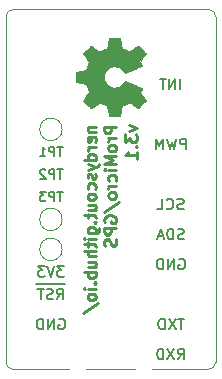
<source format=gbr>
%TF.GenerationSoftware,KiCad,Pcbnew,5.1.5+dfsg1-2~bpo10+1*%
%TF.CreationDate,Date%
%TF.ProjectId,ProMicro_GPS,50726f4d-6963-4726-9f5f-4750532e6b69,v3.1*%
%TF.SameCoordinates,Original*%
%TF.FileFunction,Legend,Bot*%
%TF.FilePolarity,Positive*%
%FSLAX45Y45*%
G04 Gerber Fmt 4.5, Leading zero omitted, Abs format (unit mm)*
G04 Created by KiCad*
%MOMM*%
%LPD*%
G04 APERTURE LIST*
%ADD10C,0.200000*%
%ADD11C,0.100000*%
%ADD12C,0.250000*%
%ADD13C,0.010000*%
%ADD14C,0.120000*%
%ADD15C,0.600000*%
%ADD16O,1.600000X1.600000*%
%ADD17R,1.600000X1.600000*%
%ADD18C,1.500000*%
%ADD19R,1.350000X4.200000*%
G04 APERTURE END LIST*
D10*
X-172572Y2245286D02*
X-172572Y2335286D01*
X-215429Y2245286D02*
X-215429Y2335286D01*
X-266857Y2245286D01*
X-266857Y2335286D01*
X-296857Y2335286D02*
X-348286Y2335286D01*
X-322572Y2245286D02*
X-322572Y2335286D01*
X-127571Y1737286D02*
X-127571Y1827286D01*
X-161857Y1827286D01*
X-170429Y1823000D01*
X-174714Y1818714D01*
X-179000Y1810143D01*
X-179000Y1797286D01*
X-174714Y1788714D01*
X-170429Y1784429D01*
X-161857Y1780143D01*
X-127571Y1780143D01*
X-209000Y1827286D02*
X-230429Y1737286D01*
X-247571Y1801571D01*
X-264714Y1737286D01*
X-286143Y1827286D01*
X-320429Y1737286D02*
X-320429Y1827286D01*
X-350429Y1763000D01*
X-380429Y1827286D01*
X-380429Y1737286D01*
X-1158572Y747786D02*
X-1214286Y747786D01*
X-1184286Y713500D01*
X-1197143Y713500D01*
X-1205714Y709214D01*
X-1210000Y704929D01*
X-1214286Y696357D01*
X-1214286Y674929D01*
X-1210000Y666357D01*
X-1205714Y662072D01*
X-1197143Y657786D01*
X-1171429Y657786D01*
X-1162857Y662072D01*
X-1158572Y666357D01*
X-1240000Y747786D02*
X-1270000Y657786D01*
X-1300000Y747786D01*
X-1321429Y747786D02*
X-1377143Y747786D01*
X-1347143Y713500D01*
X-1360000Y713500D01*
X-1368572Y709214D01*
X-1372857Y704929D01*
X-1377143Y696357D01*
X-1377143Y674929D01*
X-1372857Y666357D01*
X-1368572Y662072D01*
X-1360000Y657786D01*
X-1334286Y657786D01*
X-1325714Y662072D01*
X-1321429Y666357D01*
X-1147857Y598800D02*
X-1237857Y598800D01*
X-1220714Y467286D02*
X-1190714Y510143D01*
X-1169286Y467286D02*
X-1169286Y557286D01*
X-1203572Y557286D01*
X-1212143Y553000D01*
X-1216429Y548714D01*
X-1220714Y540143D01*
X-1220714Y527286D01*
X-1216429Y518714D01*
X-1212143Y514429D01*
X-1203572Y510143D01*
X-1169286Y510143D01*
X-1237857Y598800D02*
X-1323572Y598800D01*
X-1255000Y471571D02*
X-1267857Y467286D01*
X-1289286Y467286D01*
X-1297857Y471571D01*
X-1302143Y475857D01*
X-1306429Y484429D01*
X-1306429Y493000D01*
X-1302143Y501571D01*
X-1297857Y505857D01*
X-1289286Y510143D01*
X-1272143Y514429D01*
X-1263572Y518714D01*
X-1259286Y523000D01*
X-1255000Y531572D01*
X-1255000Y540143D01*
X-1259286Y548714D01*
X-1263572Y553000D01*
X-1272143Y557286D01*
X-1293572Y557286D01*
X-1306429Y553000D01*
X-1323572Y598800D02*
X-1392143Y598800D01*
X-1332143Y557286D02*
X-1383572Y557286D01*
X-1357857Y467286D02*
X-1357857Y557286D01*
X-1201429Y299000D02*
X-1192857Y303286D01*
X-1180000Y303286D01*
X-1167143Y299000D01*
X-1158572Y290429D01*
X-1154286Y281857D01*
X-1150000Y264714D01*
X-1150000Y251857D01*
X-1154286Y234714D01*
X-1158572Y226143D01*
X-1167143Y217571D01*
X-1180000Y213286D01*
X-1188572Y213286D01*
X-1201429Y217571D01*
X-1205714Y221857D01*
X-1205714Y251857D01*
X-1188572Y251857D01*
X-1244286Y213286D02*
X-1244286Y303286D01*
X-1295714Y213286D01*
X-1295714Y303286D01*
X-1338572Y213286D02*
X-1338572Y303286D01*
X-1360000Y303286D01*
X-1372857Y299000D01*
X-1381429Y290429D01*
X-1385714Y281857D01*
X-1390000Y264714D01*
X-1390000Y251857D01*
X-1385714Y234714D01*
X-1381429Y226143D01*
X-1372857Y217571D01*
X-1360000Y213286D01*
X-1338572Y213286D01*
X-194000Y-40714D02*
X-164000Y2143D01*
X-142572Y-40714D02*
X-142572Y49286D01*
X-176857Y49286D01*
X-185429Y45000D01*
X-189714Y40714D01*
X-194000Y32143D01*
X-194000Y19286D01*
X-189714Y10714D01*
X-185429Y6429D01*
X-176857Y2143D01*
X-142572Y2143D01*
X-224000Y49286D02*
X-284000Y-40714D01*
X-284000Y49286D02*
X-224000Y-40714D01*
X-318286Y-40714D02*
X-318286Y49286D01*
X-339714Y49286D01*
X-352571Y45000D01*
X-361143Y36429D01*
X-365429Y27857D01*
X-369714Y10714D01*
X-369714Y-2143D01*
X-365429Y-19286D01*
X-361143Y-27857D01*
X-352571Y-36429D01*
X-339714Y-40714D01*
X-318286Y-40714D01*
X-140429Y303286D02*
X-191857Y303286D01*
X-166143Y213286D02*
X-166143Y303286D01*
X-213286Y303286D02*
X-273286Y213286D01*
X-273286Y303286D02*
X-213286Y213286D01*
X-307572Y213286D02*
X-307572Y303286D01*
X-329000Y303286D01*
X-341857Y299000D01*
X-350429Y290429D01*
X-354714Y281857D01*
X-359000Y264714D01*
X-359000Y251857D01*
X-354714Y234714D01*
X-350429Y226143D01*
X-341857Y217571D01*
X-329000Y213286D01*
X-307572Y213286D01*
X-185429Y807000D02*
X-176857Y811286D01*
X-164000Y811286D01*
X-151143Y807000D01*
X-142572Y798429D01*
X-138286Y789857D01*
X-134000Y772714D01*
X-134000Y759857D01*
X-138286Y742714D01*
X-142572Y734143D01*
X-151143Y725571D01*
X-164000Y721286D01*
X-172572Y721286D01*
X-185429Y725571D01*
X-189714Y729857D01*
X-189714Y759857D01*
X-172572Y759857D01*
X-228286Y721286D02*
X-228286Y811286D01*
X-279714Y721286D01*
X-279714Y811286D01*
X-322572Y721286D02*
X-322572Y811286D01*
X-344000Y811286D01*
X-356857Y807000D01*
X-365429Y798429D01*
X-369714Y789857D01*
X-374000Y772714D01*
X-374000Y759857D01*
X-369714Y742714D01*
X-365429Y734143D01*
X-356857Y725571D01*
X-344000Y721286D01*
X-322572Y721286D01*
X-144714Y979571D02*
X-157572Y975286D01*
X-179000Y975286D01*
X-187571Y979571D01*
X-191857Y983857D01*
X-196143Y992429D01*
X-196143Y1001000D01*
X-191857Y1009571D01*
X-187571Y1013857D01*
X-179000Y1018143D01*
X-161857Y1022429D01*
X-153286Y1026714D01*
X-149000Y1031000D01*
X-144714Y1039571D01*
X-144714Y1048143D01*
X-149000Y1056714D01*
X-153286Y1061000D01*
X-161857Y1065286D01*
X-183286Y1065286D01*
X-196143Y1061000D01*
X-234714Y975286D02*
X-234714Y1065286D01*
X-256143Y1065286D01*
X-269000Y1061000D01*
X-277572Y1052429D01*
X-281857Y1043857D01*
X-286143Y1026714D01*
X-286143Y1013857D01*
X-281857Y996714D01*
X-277572Y988143D01*
X-269000Y979571D01*
X-256143Y975286D01*
X-234714Y975286D01*
X-320429Y1001000D02*
X-363286Y1001000D01*
X-311857Y975286D02*
X-341857Y1065286D01*
X-371857Y975286D01*
X-146857Y1233572D02*
X-159714Y1229286D01*
X-181143Y1229286D01*
X-189714Y1233572D01*
X-194000Y1237857D01*
X-198286Y1246429D01*
X-198286Y1255000D01*
X-194000Y1263572D01*
X-189714Y1267857D01*
X-181143Y1272143D01*
X-164000Y1276429D01*
X-155429Y1280714D01*
X-151143Y1285000D01*
X-146857Y1293572D01*
X-146857Y1302143D01*
X-151143Y1310714D01*
X-155429Y1315000D01*
X-164000Y1319286D01*
X-185429Y1319286D01*
X-198286Y1315000D01*
X-288286Y1237857D02*
X-284000Y1233572D01*
X-271143Y1229286D01*
X-262572Y1229286D01*
X-249714Y1233572D01*
X-241143Y1242143D01*
X-236857Y1250714D01*
X-232571Y1267857D01*
X-232571Y1280714D01*
X-236857Y1297857D01*
X-241143Y1306429D01*
X-249714Y1315000D01*
X-262572Y1319286D01*
X-271143Y1319286D01*
X-284000Y1315000D01*
X-288286Y1310714D01*
X-369714Y1229286D02*
X-326857Y1229286D01*
X-326857Y1319286D01*
D11*
X127000Y2857500D02*
X127000Y-63500D01*
D12*
X-958429Y1928440D02*
X-891762Y1928440D01*
X-948905Y1928440D02*
X-953667Y1923679D01*
X-958429Y1914155D01*
X-958429Y1899869D01*
X-953667Y1890345D01*
X-944143Y1885583D01*
X-891762Y1885583D01*
X-896524Y1799869D02*
X-891762Y1809393D01*
X-891762Y1828440D01*
X-896524Y1837964D01*
X-906048Y1842726D01*
X-944143Y1842726D01*
X-953667Y1837964D01*
X-958429Y1828440D01*
X-958429Y1809393D01*
X-953667Y1799869D01*
X-944143Y1795107D01*
X-934619Y1795107D01*
X-925095Y1842726D01*
X-891762Y1752250D02*
X-958429Y1752250D01*
X-939381Y1752250D02*
X-948905Y1747488D01*
X-953667Y1742726D01*
X-958429Y1733202D01*
X-958429Y1723679D01*
X-891762Y1647488D02*
X-991762Y1647488D01*
X-896524Y1647488D02*
X-891762Y1657012D01*
X-891762Y1676060D01*
X-896524Y1685583D01*
X-901286Y1690345D01*
X-910810Y1695107D01*
X-939381Y1695107D01*
X-948905Y1690345D01*
X-953667Y1685583D01*
X-958429Y1676060D01*
X-958429Y1657012D01*
X-953667Y1647488D01*
X-958429Y1609393D02*
X-891762Y1585583D01*
X-958429Y1561774D02*
X-891762Y1585583D01*
X-867952Y1595107D01*
X-863190Y1599869D01*
X-858429Y1609393D01*
X-896524Y1528440D02*
X-891762Y1518917D01*
X-891762Y1499869D01*
X-896524Y1490345D01*
X-906048Y1485583D01*
X-910810Y1485583D01*
X-920333Y1490345D01*
X-925095Y1499869D01*
X-925095Y1514155D01*
X-929857Y1523679D01*
X-939381Y1528440D01*
X-944143Y1528440D01*
X-953667Y1523679D01*
X-958429Y1514155D01*
X-958429Y1499869D01*
X-953667Y1490345D01*
X-896524Y1399869D02*
X-891762Y1409393D01*
X-891762Y1428440D01*
X-896524Y1437964D01*
X-901286Y1442726D01*
X-910810Y1447488D01*
X-939381Y1447488D01*
X-948905Y1442726D01*
X-953667Y1437964D01*
X-958429Y1428440D01*
X-958429Y1409393D01*
X-953667Y1399869D01*
X-891762Y1342726D02*
X-896524Y1352250D01*
X-901286Y1357012D01*
X-910810Y1361774D01*
X-939381Y1361774D01*
X-948905Y1357012D01*
X-953667Y1352250D01*
X-958429Y1342726D01*
X-958429Y1328441D01*
X-953667Y1318917D01*
X-948905Y1314155D01*
X-939381Y1309393D01*
X-910810Y1309393D01*
X-901286Y1314155D01*
X-896524Y1318917D01*
X-891762Y1328441D01*
X-891762Y1342726D01*
X-958429Y1223679D02*
X-891762Y1223679D01*
X-958429Y1266536D02*
X-906048Y1266536D01*
X-896524Y1261774D01*
X-891762Y1252250D01*
X-891762Y1237964D01*
X-896524Y1228441D01*
X-901286Y1223679D01*
X-958429Y1190345D02*
X-958429Y1152250D01*
X-991762Y1176060D02*
X-906048Y1176060D01*
X-896524Y1171298D01*
X-891762Y1161774D01*
X-891762Y1152250D01*
X-901286Y1118917D02*
X-896524Y1114155D01*
X-891762Y1118917D01*
X-896524Y1123679D01*
X-901286Y1118917D01*
X-891762Y1118917D01*
X-958429Y1028440D02*
X-877476Y1028440D01*
X-867952Y1033202D01*
X-863190Y1037964D01*
X-858429Y1047488D01*
X-858429Y1061774D01*
X-863190Y1071298D01*
X-896524Y1028440D02*
X-891762Y1037964D01*
X-891762Y1057012D01*
X-896524Y1066536D01*
X-901286Y1071298D01*
X-910810Y1076060D01*
X-939381Y1076060D01*
X-948905Y1071298D01*
X-953667Y1066536D01*
X-958429Y1057012D01*
X-958429Y1037964D01*
X-953667Y1028440D01*
X-891762Y980821D02*
X-958429Y980821D01*
X-991762Y980821D02*
X-987000Y985583D01*
X-982238Y980821D01*
X-987000Y976060D01*
X-991762Y980821D01*
X-982238Y980821D01*
X-958429Y947488D02*
X-958429Y909393D01*
X-991762Y933202D02*
X-906048Y933202D01*
X-896524Y928440D01*
X-891762Y918917D01*
X-891762Y909393D01*
X-891762Y876060D02*
X-991762Y876060D01*
X-891762Y833202D02*
X-944143Y833202D01*
X-953667Y837964D01*
X-958429Y847488D01*
X-958429Y861774D01*
X-953667Y871298D01*
X-948905Y876060D01*
X-958429Y742726D02*
X-891762Y742726D01*
X-958429Y785583D02*
X-906048Y785583D01*
X-896524Y780821D01*
X-891762Y771298D01*
X-891762Y757012D01*
X-896524Y747488D01*
X-901286Y742726D01*
X-891762Y695107D02*
X-991762Y695107D01*
X-953667Y695107D02*
X-958429Y685583D01*
X-958429Y666536D01*
X-953667Y657012D01*
X-948905Y652250D01*
X-939381Y647488D01*
X-910810Y647488D01*
X-901286Y652250D01*
X-896524Y657012D01*
X-891762Y666536D01*
X-891762Y685583D01*
X-896524Y695107D01*
X-901286Y604631D02*
X-896524Y599869D01*
X-891762Y604631D01*
X-896524Y609393D01*
X-901286Y604631D01*
X-891762Y604631D01*
X-891762Y557012D02*
X-958429Y557012D01*
X-991762Y557012D02*
X-987000Y561774D01*
X-982238Y557012D01*
X-987000Y552250D01*
X-991762Y557012D01*
X-982238Y557012D01*
X-891762Y495107D02*
X-896524Y504631D01*
X-901286Y509393D01*
X-910810Y514155D01*
X-939381Y514155D01*
X-948905Y509393D01*
X-953667Y504631D01*
X-958429Y495107D01*
X-958429Y480821D01*
X-953667Y471298D01*
X-948905Y466536D01*
X-939381Y461774D01*
X-910810Y461774D01*
X-901286Y466536D01*
X-896524Y471298D01*
X-891762Y480821D01*
X-891762Y495107D01*
X-996524Y347488D02*
X-867952Y433202D01*
X-716762Y1928440D02*
X-816762Y1928440D01*
X-816762Y1890345D01*
X-812000Y1880821D01*
X-807238Y1876060D01*
X-797714Y1871298D01*
X-783429Y1871298D01*
X-773905Y1876060D01*
X-769143Y1880821D01*
X-764381Y1890345D01*
X-764381Y1928440D01*
X-716762Y1828440D02*
X-783429Y1828440D01*
X-764381Y1828440D02*
X-773905Y1823679D01*
X-778667Y1818917D01*
X-783429Y1809393D01*
X-783429Y1799869D01*
X-716762Y1752250D02*
X-721524Y1761774D01*
X-726286Y1766536D01*
X-735810Y1771298D01*
X-764381Y1771298D01*
X-773905Y1766536D01*
X-778667Y1761774D01*
X-783429Y1752250D01*
X-783429Y1737964D01*
X-778667Y1728440D01*
X-773905Y1723679D01*
X-764381Y1718917D01*
X-735810Y1718917D01*
X-726286Y1723679D01*
X-721524Y1728440D01*
X-716762Y1737964D01*
X-716762Y1752250D01*
X-716762Y1676060D02*
X-816762Y1676060D01*
X-745333Y1642726D01*
X-816762Y1609393D01*
X-716762Y1609393D01*
X-716762Y1561774D02*
X-783429Y1561774D01*
X-816762Y1561774D02*
X-812000Y1566536D01*
X-807238Y1561774D01*
X-812000Y1557012D01*
X-816762Y1561774D01*
X-807238Y1561774D01*
X-721524Y1471298D02*
X-716762Y1480821D01*
X-716762Y1499869D01*
X-721524Y1509393D01*
X-726286Y1514155D01*
X-735810Y1518917D01*
X-764381Y1518917D01*
X-773905Y1514155D01*
X-778667Y1509393D01*
X-783429Y1499869D01*
X-783429Y1480821D01*
X-778667Y1471298D01*
X-716762Y1428440D02*
X-783429Y1428440D01*
X-764381Y1428440D02*
X-773905Y1423679D01*
X-778667Y1418917D01*
X-783429Y1409393D01*
X-783429Y1399869D01*
X-716762Y1352250D02*
X-721524Y1361774D01*
X-726286Y1366536D01*
X-735810Y1371298D01*
X-764381Y1371298D01*
X-773905Y1366536D01*
X-778667Y1361774D01*
X-783429Y1352250D01*
X-783429Y1337964D01*
X-778667Y1328441D01*
X-773905Y1323679D01*
X-764381Y1318917D01*
X-735810Y1318917D01*
X-726286Y1323679D01*
X-721524Y1328441D01*
X-716762Y1337964D01*
X-716762Y1352250D01*
X-821524Y1204631D02*
X-692952Y1290345D01*
X-812000Y1118917D02*
X-816762Y1128441D01*
X-816762Y1142726D01*
X-812000Y1157012D01*
X-802476Y1166536D01*
X-792952Y1171298D01*
X-773905Y1176060D01*
X-759619Y1176060D01*
X-740571Y1171298D01*
X-731048Y1166536D01*
X-721524Y1157012D01*
X-716762Y1142726D01*
X-716762Y1133202D01*
X-721524Y1118917D01*
X-726286Y1114155D01*
X-759619Y1114155D01*
X-759619Y1133202D01*
X-716762Y1071298D02*
X-816762Y1071298D01*
X-816762Y1033202D01*
X-812000Y1023679D01*
X-807238Y1018917D01*
X-797714Y1014155D01*
X-783429Y1014155D01*
X-773905Y1018917D01*
X-769143Y1023679D01*
X-764381Y1033202D01*
X-764381Y1071298D01*
X-721524Y976060D02*
X-716762Y961774D01*
X-716762Y937964D01*
X-721524Y928440D01*
X-726286Y923679D01*
X-735810Y918917D01*
X-745333Y918917D01*
X-754857Y923679D01*
X-759619Y928440D01*
X-764381Y937964D01*
X-769143Y957012D01*
X-773905Y966536D01*
X-778667Y971298D01*
X-788190Y976060D01*
X-797714Y976060D01*
X-807238Y971298D01*
X-812000Y966536D01*
X-816762Y957012D01*
X-816762Y933202D01*
X-812000Y918917D01*
X-608429Y1937964D02*
X-541762Y1914155D01*
X-608429Y1890345D01*
X-641762Y1861774D02*
X-641762Y1799869D01*
X-603667Y1833202D01*
X-603667Y1818917D01*
X-598905Y1809393D01*
X-594143Y1804631D01*
X-584619Y1799869D01*
X-560810Y1799869D01*
X-551286Y1804631D01*
X-546524Y1809393D01*
X-541762Y1818917D01*
X-541762Y1847488D01*
X-546524Y1857012D01*
X-551286Y1861774D01*
X-551286Y1757012D02*
X-546524Y1752250D01*
X-541762Y1757012D01*
X-546524Y1761774D01*
X-551286Y1757012D01*
X-541762Y1757012D01*
X-541762Y1657012D02*
X-541762Y1714155D01*
X-541762Y1685583D02*
X-641762Y1685583D01*
X-627476Y1695107D01*
X-617952Y1704631D01*
X-613191Y1714155D01*
D11*
X-1587500Y-127000D02*
G75*
G02X-1651000Y-63500I0J63500D01*
G01*
X-1651000Y2857500D02*
G75*
G02X-1587500Y2921000I63500J0D01*
G01*
X63500Y2921000D02*
G75*
G02X127000Y2857500I0J-63500D01*
G01*
X127000Y-63500D02*
G75*
G02X63500Y-127000I-63500J0D01*
G01*
X-1587500Y2921000D02*
X63500Y2921000D01*
X-1651000Y-63500D02*
X-1651000Y2857500D01*
X63500Y-127000D02*
X-1587500Y-127000D01*
D13*
G36*
X-1015107Y2293919D02*
G01*
X-970644Y2285537D01*
X-957895Y2254608D01*
X-945145Y2223679D01*
X-970375Y2186575D01*
X-977400Y2176184D01*
X-983673Y2166791D01*
X-988906Y2158835D01*
X-992814Y2152753D01*
X-995111Y2148984D01*
X-995606Y2147958D01*
X-994332Y2146109D01*
X-990812Y2142158D01*
X-985494Y2136548D01*
X-978828Y2129721D01*
X-971265Y2122121D01*
X-963253Y2114191D01*
X-955243Y2106373D01*
X-947684Y2099109D01*
X-941025Y2092844D01*
X-935718Y2088020D01*
X-932211Y2085079D01*
X-931038Y2084376D01*
X-928874Y2085388D01*
X-924134Y2088224D01*
X-917281Y2092587D01*
X-908778Y2098178D01*
X-899091Y2104699D01*
X-893565Y2108478D01*
X-883475Y2115366D01*
X-874370Y2121486D01*
X-866703Y2126542D01*
X-860927Y2130237D01*
X-857496Y2132274D01*
X-856775Y2132580D01*
X-854725Y2131886D01*
X-849949Y2129995D01*
X-843117Y2127191D01*
X-834901Y2123761D01*
X-825973Y2119989D01*
X-817004Y2116161D01*
X-808666Y2112563D01*
X-801631Y2109479D01*
X-796569Y2107196D01*
X-794153Y2105998D01*
X-794058Y2105928D01*
X-793596Y2104047D01*
X-792567Y2099038D01*
X-791071Y2091421D01*
X-789210Y2081713D01*
X-787084Y2070436D01*
X-785858Y2063856D01*
X-783564Y2051805D01*
X-781380Y2040920D01*
X-779428Y2031752D01*
X-777825Y2024852D01*
X-776692Y2020770D01*
X-776333Y2019949D01*
X-773899Y2019145D01*
X-768404Y2018497D01*
X-760489Y2018003D01*
X-750797Y2017664D01*
X-739971Y2017478D01*
X-728653Y2017446D01*
X-717486Y2017567D01*
X-707113Y2017841D01*
X-698176Y2018267D01*
X-691317Y2018844D01*
X-687180Y2019573D01*
X-686319Y2020010D01*
X-685287Y2022624D01*
X-683811Y2028161D01*
X-682065Y2035889D01*
X-680222Y2045077D01*
X-679626Y2048284D01*
X-676793Y2063748D01*
X-674512Y2075962D01*
X-672692Y2085333D01*
X-671242Y2092262D01*
X-670071Y2097153D01*
X-669089Y2100410D01*
X-668204Y2102437D01*
X-667328Y2103637D01*
X-667154Y2103805D01*
X-664363Y2105482D01*
X-658931Y2108039D01*
X-651522Y2111221D01*
X-642804Y2114774D01*
X-633439Y2118442D01*
X-624095Y2121969D01*
X-615435Y2125100D01*
X-608126Y2127581D01*
X-602832Y2129155D01*
X-600219Y2129567D01*
X-600127Y2129532D01*
X-597991Y2128136D01*
X-593292Y2124968D01*
X-586517Y2120361D01*
X-578158Y2114648D01*
X-568702Y2108163D01*
X-566015Y2106316D01*
X-556273Y2099730D01*
X-547384Y2093935D01*
X-539859Y2089246D01*
X-534208Y2085979D01*
X-530942Y2084450D01*
X-530541Y2084376D01*
X-528432Y2085661D01*
X-524254Y2089211D01*
X-518455Y2094571D01*
X-511486Y2101283D01*
X-503795Y2108891D01*
X-495832Y2116940D01*
X-488044Y2124971D01*
X-480881Y2132530D01*
X-474793Y2139160D01*
X-470228Y2144403D01*
X-467635Y2147805D01*
X-467212Y2148746D01*
X-468209Y2150936D01*
X-470898Y2155420D01*
X-474826Y2161468D01*
X-477988Y2166121D01*
X-483790Y2174553D01*
X-490622Y2184537D01*
X-497442Y2194553D01*
X-501092Y2199937D01*
X-513420Y2218163D01*
X-505148Y2233462D01*
X-501524Y2240432D01*
X-498707Y2246359D01*
X-497101Y2250369D01*
X-496877Y2251390D01*
X-498528Y2252617D01*
X-503192Y2255039D01*
X-510439Y2258474D01*
X-519839Y2262741D01*
X-530963Y2267661D01*
X-543379Y2273051D01*
X-556657Y2278732D01*
X-570367Y2284522D01*
X-584080Y2290241D01*
X-597364Y2295708D01*
X-609790Y2300742D01*
X-620928Y2305162D01*
X-630346Y2308788D01*
X-637616Y2311439D01*
X-642306Y2312934D01*
X-643917Y2313175D01*
X-645971Y2311269D01*
X-649307Y2307096D01*
X-653230Y2301529D01*
X-653540Y2301062D01*
X-665058Y2286674D01*
X-678495Y2275072D01*
X-693422Y2266357D01*
X-709409Y2260630D01*
X-726026Y2257991D01*
X-742845Y2258542D01*
X-759434Y2262381D01*
X-775366Y2269611D01*
X-778851Y2271737D01*
X-792926Y2282800D01*
X-804229Y2295870D01*
X-812700Y2310494D01*
X-818281Y2326219D01*
X-820913Y2342594D01*
X-820537Y2359167D01*
X-817095Y2375484D01*
X-810528Y2391094D01*
X-800776Y2405543D01*
X-796819Y2410013D01*
X-784430Y2421389D01*
X-771388Y2429678D01*
X-756768Y2435364D01*
X-742291Y2438531D01*
X-726014Y2439313D01*
X-709656Y2436706D01*
X-693770Y2430976D01*
X-678909Y2422386D01*
X-665627Y2411201D01*
X-654474Y2397688D01*
X-653299Y2395912D01*
X-649449Y2390285D01*
X-646114Y2386008D01*
X-643984Y2383963D01*
X-643917Y2383933D01*
X-641613Y2384372D01*
X-636384Y2386112D01*
X-628661Y2388973D01*
X-618873Y2392774D01*
X-607451Y2397333D01*
X-594824Y2402470D01*
X-581423Y2408004D01*
X-567678Y2413754D01*
X-554019Y2419540D01*
X-540876Y2425180D01*
X-528680Y2430494D01*
X-517859Y2435301D01*
X-508845Y2439420D01*
X-502068Y2442670D01*
X-497957Y2444870D01*
X-496877Y2445756D01*
X-497718Y2448464D01*
X-499973Y2453530D01*
X-503239Y2460082D01*
X-505148Y2463684D01*
X-513420Y2478983D01*
X-501092Y2497209D01*
X-494777Y2506513D01*
X-487827Y2516699D01*
X-481283Y2526244D01*
X-477988Y2531025D01*
X-473473Y2537750D01*
X-469894Y2543444D01*
X-467706Y2547365D01*
X-467244Y2548638D01*
X-468491Y2550492D01*
X-471975Y2554594D01*
X-477332Y2560548D01*
X-484202Y2567954D01*
X-492222Y2576417D01*
X-497371Y2581769D01*
X-506571Y2591132D01*
X-514800Y2599224D01*
X-521705Y2605718D01*
X-526936Y2610286D01*
X-530138Y2612601D01*
X-530788Y2612823D01*
X-533261Y2611792D01*
X-538260Y2608944D01*
X-545279Y2604594D01*
X-553813Y2599058D01*
X-563354Y2592652D01*
X-566015Y2590830D01*
X-575683Y2584193D01*
X-584388Y2578238D01*
X-591641Y2573298D01*
X-596951Y2569708D01*
X-599830Y2567798D01*
X-600127Y2567614D01*
X-602422Y2567890D01*
X-607466Y2569354D01*
X-614596Y2571751D01*
X-623145Y2574827D01*
X-632449Y2578324D01*
X-641843Y2581989D01*
X-650660Y2585566D01*
X-658237Y2588799D01*
X-663907Y2591434D01*
X-667006Y2593214D01*
X-667154Y2593341D01*
X-668040Y2594429D01*
X-668916Y2596268D01*
X-669872Y2599261D01*
X-671000Y2603810D01*
X-672391Y2610321D01*
X-674134Y2619196D01*
X-676320Y2630839D01*
X-679041Y2645654D01*
X-679626Y2648862D01*
X-681463Y2658369D01*
X-683260Y2666657D01*
X-684843Y2672993D01*
X-686040Y2676646D01*
X-686319Y2677136D01*
X-688793Y2677943D01*
X-694321Y2678599D01*
X-702261Y2679103D01*
X-711970Y2679456D01*
X-722806Y2679656D01*
X-734126Y2679704D01*
X-745287Y2679598D01*
X-755647Y2679338D01*
X-764563Y2678925D01*
X-771393Y2678356D01*
X-775493Y2677633D01*
X-776333Y2677197D01*
X-777179Y2674770D01*
X-778556Y2669243D01*
X-780345Y2661166D01*
X-782425Y2651091D01*
X-784678Y2639568D01*
X-785858Y2633290D01*
X-788085Y2621379D01*
X-790102Y2610757D01*
X-791808Y2601943D01*
X-793103Y2595457D01*
X-793884Y2591817D01*
X-794058Y2591218D01*
X-796011Y2590206D01*
X-800716Y2588066D01*
X-807500Y2585084D01*
X-815691Y2581545D01*
X-824617Y2577733D01*
X-833606Y2573935D01*
X-841986Y2570436D01*
X-849085Y2567521D01*
X-854231Y2565474D01*
X-856750Y2564582D01*
X-856860Y2564566D01*
X-858848Y2565577D01*
X-863422Y2568412D01*
X-870128Y2572772D01*
X-878512Y2578361D01*
X-888117Y2584879D01*
X-893635Y2588668D01*
X-903752Y2595573D01*
X-912937Y2601705D01*
X-920726Y2606766D01*
X-926653Y2610457D01*
X-930255Y2612478D01*
X-931062Y2612770D01*
X-932942Y2611515D01*
X-936954Y2608046D01*
X-942651Y2602806D01*
X-949581Y2596238D01*
X-957297Y2588786D01*
X-965347Y2580891D01*
X-973284Y2572998D01*
X-980656Y2565550D01*
X-987015Y2558989D01*
X-991911Y2553760D01*
X-994894Y2550304D01*
X-995606Y2549148D01*
X-994605Y2547265D01*
X-991792Y2542763D01*
X-987455Y2536079D01*
X-981878Y2527650D01*
X-975349Y2517914D01*
X-970375Y2510571D01*
X-945145Y2473467D01*
X-970644Y2411610D01*
X-1015107Y2403228D01*
X-1059569Y2394845D01*
X-1059569Y2302301D01*
X-1015107Y2293919D01*
G37*
X-1015107Y2293919D02*
X-970644Y2285537D01*
X-957895Y2254608D01*
X-945145Y2223679D01*
X-970375Y2186575D01*
X-977400Y2176184D01*
X-983673Y2166791D01*
X-988906Y2158835D01*
X-992814Y2152753D01*
X-995111Y2148984D01*
X-995606Y2147958D01*
X-994332Y2146109D01*
X-990812Y2142158D01*
X-985494Y2136548D01*
X-978828Y2129721D01*
X-971265Y2122121D01*
X-963253Y2114191D01*
X-955243Y2106373D01*
X-947684Y2099109D01*
X-941025Y2092844D01*
X-935718Y2088020D01*
X-932211Y2085079D01*
X-931038Y2084376D01*
X-928874Y2085388D01*
X-924134Y2088224D01*
X-917281Y2092587D01*
X-908778Y2098178D01*
X-899091Y2104699D01*
X-893565Y2108478D01*
X-883475Y2115366D01*
X-874370Y2121486D01*
X-866703Y2126542D01*
X-860927Y2130237D01*
X-857496Y2132274D01*
X-856775Y2132580D01*
X-854725Y2131886D01*
X-849949Y2129995D01*
X-843117Y2127191D01*
X-834901Y2123761D01*
X-825973Y2119989D01*
X-817004Y2116161D01*
X-808666Y2112563D01*
X-801631Y2109479D01*
X-796569Y2107196D01*
X-794153Y2105998D01*
X-794058Y2105928D01*
X-793596Y2104047D01*
X-792567Y2099038D01*
X-791071Y2091421D01*
X-789210Y2081713D01*
X-787084Y2070436D01*
X-785858Y2063856D01*
X-783564Y2051805D01*
X-781380Y2040920D01*
X-779428Y2031752D01*
X-777825Y2024852D01*
X-776692Y2020770D01*
X-776333Y2019949D01*
X-773899Y2019145D01*
X-768404Y2018497D01*
X-760489Y2018003D01*
X-750797Y2017664D01*
X-739971Y2017478D01*
X-728653Y2017446D01*
X-717486Y2017567D01*
X-707113Y2017841D01*
X-698176Y2018267D01*
X-691317Y2018844D01*
X-687180Y2019573D01*
X-686319Y2020010D01*
X-685287Y2022624D01*
X-683811Y2028161D01*
X-682065Y2035889D01*
X-680222Y2045077D01*
X-679626Y2048284D01*
X-676793Y2063748D01*
X-674512Y2075962D01*
X-672692Y2085333D01*
X-671242Y2092262D01*
X-670071Y2097153D01*
X-669089Y2100410D01*
X-668204Y2102437D01*
X-667328Y2103637D01*
X-667154Y2103805D01*
X-664363Y2105482D01*
X-658931Y2108039D01*
X-651522Y2111221D01*
X-642804Y2114774D01*
X-633439Y2118442D01*
X-624095Y2121969D01*
X-615435Y2125100D01*
X-608126Y2127581D01*
X-602832Y2129155D01*
X-600219Y2129567D01*
X-600127Y2129532D01*
X-597991Y2128136D01*
X-593292Y2124968D01*
X-586517Y2120361D01*
X-578158Y2114648D01*
X-568702Y2108163D01*
X-566015Y2106316D01*
X-556273Y2099730D01*
X-547384Y2093935D01*
X-539859Y2089246D01*
X-534208Y2085979D01*
X-530942Y2084450D01*
X-530541Y2084376D01*
X-528432Y2085661D01*
X-524254Y2089211D01*
X-518455Y2094571D01*
X-511486Y2101283D01*
X-503795Y2108891D01*
X-495832Y2116940D01*
X-488044Y2124971D01*
X-480881Y2132530D01*
X-474793Y2139160D01*
X-470228Y2144403D01*
X-467635Y2147805D01*
X-467212Y2148746D01*
X-468209Y2150936D01*
X-470898Y2155420D01*
X-474826Y2161468D01*
X-477988Y2166121D01*
X-483790Y2174553D01*
X-490622Y2184537D01*
X-497442Y2194553D01*
X-501092Y2199937D01*
X-513420Y2218163D01*
X-505148Y2233462D01*
X-501524Y2240432D01*
X-498707Y2246359D01*
X-497101Y2250369D01*
X-496877Y2251390D01*
X-498528Y2252617D01*
X-503192Y2255039D01*
X-510439Y2258474D01*
X-519839Y2262741D01*
X-530963Y2267661D01*
X-543379Y2273051D01*
X-556657Y2278732D01*
X-570367Y2284522D01*
X-584080Y2290241D01*
X-597364Y2295708D01*
X-609790Y2300742D01*
X-620928Y2305162D01*
X-630346Y2308788D01*
X-637616Y2311439D01*
X-642306Y2312934D01*
X-643917Y2313175D01*
X-645971Y2311269D01*
X-649307Y2307096D01*
X-653230Y2301529D01*
X-653540Y2301062D01*
X-665058Y2286674D01*
X-678495Y2275072D01*
X-693422Y2266357D01*
X-709409Y2260630D01*
X-726026Y2257991D01*
X-742845Y2258542D01*
X-759434Y2262381D01*
X-775366Y2269611D01*
X-778851Y2271737D01*
X-792926Y2282800D01*
X-804229Y2295870D01*
X-812700Y2310494D01*
X-818281Y2326219D01*
X-820913Y2342594D01*
X-820537Y2359167D01*
X-817095Y2375484D01*
X-810528Y2391094D01*
X-800776Y2405543D01*
X-796819Y2410013D01*
X-784430Y2421389D01*
X-771388Y2429678D01*
X-756768Y2435364D01*
X-742291Y2438531D01*
X-726014Y2439313D01*
X-709656Y2436706D01*
X-693770Y2430976D01*
X-678909Y2422386D01*
X-665627Y2411201D01*
X-654474Y2397688D01*
X-653299Y2395912D01*
X-649449Y2390285D01*
X-646114Y2386008D01*
X-643984Y2383963D01*
X-643917Y2383933D01*
X-641613Y2384372D01*
X-636384Y2386112D01*
X-628661Y2388973D01*
X-618873Y2392774D01*
X-607451Y2397333D01*
X-594824Y2402470D01*
X-581423Y2408004D01*
X-567678Y2413754D01*
X-554019Y2419540D01*
X-540876Y2425180D01*
X-528680Y2430494D01*
X-517859Y2435301D01*
X-508845Y2439420D01*
X-502068Y2442670D01*
X-497957Y2444870D01*
X-496877Y2445756D01*
X-497718Y2448464D01*
X-499973Y2453530D01*
X-503239Y2460082D01*
X-505148Y2463684D01*
X-513420Y2478983D01*
X-501092Y2497209D01*
X-494777Y2506513D01*
X-487827Y2516699D01*
X-481283Y2526244D01*
X-477988Y2531025D01*
X-473473Y2537750D01*
X-469894Y2543444D01*
X-467706Y2547365D01*
X-467244Y2548638D01*
X-468491Y2550492D01*
X-471975Y2554594D01*
X-477332Y2560548D01*
X-484202Y2567954D01*
X-492222Y2576417D01*
X-497371Y2581769D01*
X-506571Y2591132D01*
X-514800Y2599224D01*
X-521705Y2605718D01*
X-526936Y2610286D01*
X-530138Y2612601D01*
X-530788Y2612823D01*
X-533261Y2611792D01*
X-538260Y2608944D01*
X-545279Y2604594D01*
X-553813Y2599058D01*
X-563354Y2592652D01*
X-566015Y2590830D01*
X-575683Y2584193D01*
X-584388Y2578238D01*
X-591641Y2573298D01*
X-596951Y2569708D01*
X-599830Y2567798D01*
X-600127Y2567614D01*
X-602422Y2567890D01*
X-607466Y2569354D01*
X-614596Y2571751D01*
X-623145Y2574827D01*
X-632449Y2578324D01*
X-641843Y2581989D01*
X-650660Y2585566D01*
X-658237Y2588799D01*
X-663907Y2591434D01*
X-667006Y2593214D01*
X-667154Y2593341D01*
X-668040Y2594429D01*
X-668916Y2596268D01*
X-669872Y2599261D01*
X-671000Y2603810D01*
X-672391Y2610321D01*
X-674134Y2619196D01*
X-676320Y2630839D01*
X-679041Y2645654D01*
X-679626Y2648862D01*
X-681463Y2658369D01*
X-683260Y2666657D01*
X-684843Y2672993D01*
X-686040Y2676646D01*
X-686319Y2677136D01*
X-688793Y2677943D01*
X-694321Y2678599D01*
X-702261Y2679103D01*
X-711970Y2679456D01*
X-722806Y2679656D01*
X-734126Y2679704D01*
X-745287Y2679598D01*
X-755647Y2679338D01*
X-764563Y2678925D01*
X-771393Y2678356D01*
X-775493Y2677633D01*
X-776333Y2677197D01*
X-777179Y2674770D01*
X-778556Y2669243D01*
X-780345Y2661166D01*
X-782425Y2651091D01*
X-784678Y2639568D01*
X-785858Y2633290D01*
X-788085Y2621379D01*
X-790102Y2610757D01*
X-791808Y2601943D01*
X-793103Y2595457D01*
X-793884Y2591817D01*
X-794058Y2591218D01*
X-796011Y2590206D01*
X-800716Y2588066D01*
X-807500Y2585084D01*
X-815691Y2581545D01*
X-824617Y2577733D01*
X-833606Y2573935D01*
X-841986Y2570436D01*
X-849085Y2567521D01*
X-854231Y2565474D01*
X-856750Y2564582D01*
X-856860Y2564566D01*
X-858848Y2565577D01*
X-863422Y2568412D01*
X-870128Y2572772D01*
X-878512Y2578361D01*
X-888117Y2584879D01*
X-893635Y2588668D01*
X-903752Y2595573D01*
X-912937Y2601705D01*
X-920726Y2606766D01*
X-926653Y2610457D01*
X-930255Y2612478D01*
X-931062Y2612770D01*
X-932942Y2611515D01*
X-936954Y2608046D01*
X-942651Y2602806D01*
X-949581Y2596238D01*
X-957297Y2588786D01*
X-965347Y2580891D01*
X-973284Y2572998D01*
X-980656Y2565550D01*
X-987015Y2558989D01*
X-991911Y2553760D01*
X-994894Y2550304D01*
X-995606Y2549148D01*
X-994605Y2547265D01*
X-991792Y2542763D01*
X-987455Y2536079D01*
X-981878Y2527650D01*
X-975349Y2517914D01*
X-970375Y2510571D01*
X-945145Y2473467D01*
X-970644Y2411610D01*
X-1015107Y2403228D01*
X-1059569Y2394845D01*
X-1059569Y2302301D01*
X-1015107Y2293919D01*
D14*
X-1175000Y889000D02*
G75*
G03X-1175000Y889000I-95000J0D01*
G01*
X-1175000Y1143000D02*
G75*
G03X-1175000Y1143000I-95000J0D01*
G01*
X-1175000Y1905000D02*
G75*
G03X-1175000Y1905000I-95000J0D01*
G01*
D10*
X-1169048Y1377310D02*
X-1214762Y1377310D01*
X-1191905Y1297310D02*
X-1191905Y1377310D01*
X-1241429Y1297310D02*
X-1241429Y1377310D01*
X-1271905Y1377310D01*
X-1279524Y1373500D01*
X-1283333Y1369691D01*
X-1287143Y1362072D01*
X-1287143Y1350643D01*
X-1283333Y1343024D01*
X-1279524Y1339214D01*
X-1271905Y1335405D01*
X-1241429Y1335405D01*
X-1313810Y1377310D02*
X-1363333Y1377310D01*
X-1336667Y1346833D01*
X-1348095Y1346833D01*
X-1355714Y1343024D01*
X-1359524Y1339214D01*
X-1363333Y1331595D01*
X-1363333Y1312548D01*
X-1359524Y1304929D01*
X-1355714Y1301119D01*
X-1348095Y1297310D01*
X-1325238Y1297310D01*
X-1317619Y1301119D01*
X-1313810Y1304929D01*
X-1169048Y1567810D02*
X-1214762Y1567810D01*
X-1191905Y1487810D02*
X-1191905Y1567810D01*
X-1241429Y1487810D02*
X-1241429Y1567810D01*
X-1271905Y1567810D01*
X-1279524Y1564000D01*
X-1283333Y1560190D01*
X-1287143Y1552571D01*
X-1287143Y1541143D01*
X-1283333Y1533524D01*
X-1279524Y1529714D01*
X-1271905Y1525905D01*
X-1241429Y1525905D01*
X-1317619Y1560190D02*
X-1321429Y1564000D01*
X-1329048Y1567810D01*
X-1348095Y1567810D01*
X-1355714Y1564000D01*
X-1359524Y1560190D01*
X-1363333Y1552571D01*
X-1363333Y1544952D01*
X-1359524Y1533524D01*
X-1313810Y1487810D01*
X-1363333Y1487810D01*
X-1169048Y1758310D02*
X-1214762Y1758310D01*
X-1191905Y1678310D02*
X-1191905Y1758310D01*
X-1241429Y1678310D02*
X-1241429Y1758310D01*
X-1271905Y1758310D01*
X-1279524Y1754500D01*
X-1283333Y1750690D01*
X-1287143Y1743071D01*
X-1287143Y1731643D01*
X-1283333Y1724024D01*
X-1279524Y1720214D01*
X-1271905Y1716405D01*
X-1241429Y1716405D01*
X-1363333Y1678310D02*
X-1317619Y1678310D01*
X-1340476Y1678310D02*
X-1340476Y1758310D01*
X-1332857Y1746881D01*
X-1325238Y1739262D01*
X-1317619Y1735452D01*
%LPC*%
D15*
X-762000Y2730500D03*
X-762000Y63500D03*
D16*
X-1524000Y0D03*
X-1524000Y254000D03*
X-1524000Y508000D03*
X0Y2794000D03*
X-1524000Y762000D03*
X0Y2540000D03*
X-1524000Y1016000D03*
X0Y2286000D03*
X-1524000Y1270000D03*
X0Y2032000D03*
X-1524000Y1524000D03*
X0Y1778000D03*
X-1524000Y1778000D03*
X0Y1524000D03*
X-1524000Y2032000D03*
X0Y1270000D03*
X-1524000Y2286000D03*
X0Y1016000D03*
X-1524000Y2540000D03*
X0Y762000D03*
X-1524000Y2794000D03*
X0Y508000D03*
X0Y254000D03*
D17*
X0Y0D03*
D18*
X-1270000Y889000D03*
X-1270000Y1143000D03*
X-1270000Y1905000D03*
X-1270000Y2159000D03*
D19*
X-479500Y63500D03*
X-1044500Y63500D03*
M02*

</source>
